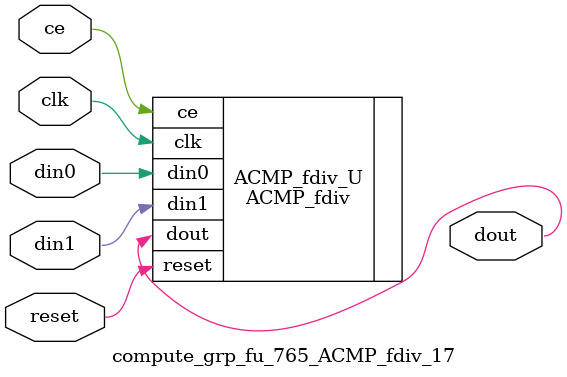
<source format=v>

`timescale 1 ns / 1 ps
module compute_grp_fu_765_ACMP_fdiv_17(
    clk,
    reset,
    ce,
    din0,
    din1,
    dout);

parameter ID = 32'd1;
parameter NUM_STAGE = 32'd1;
parameter din0_WIDTH = 32'd1;
parameter din1_WIDTH = 32'd1;
parameter dout_WIDTH = 32'd1;
input clk;
input reset;
input ce;
input[din0_WIDTH - 1:0] din0;
input[din1_WIDTH - 1:0] din1;
output[dout_WIDTH - 1:0] dout;



ACMP_fdiv #(
.ID( ID ),
.NUM_STAGE( 10 ),
.din0_WIDTH( din0_WIDTH ),
.din1_WIDTH( din1_WIDTH ),
.dout_WIDTH( dout_WIDTH ))
ACMP_fdiv_U(
    .clk( clk ),
    .reset( reset ),
    .ce( ce ),
    .din0( din0 ),
    .din1( din1 ),
    .dout( dout ));

endmodule

</source>
